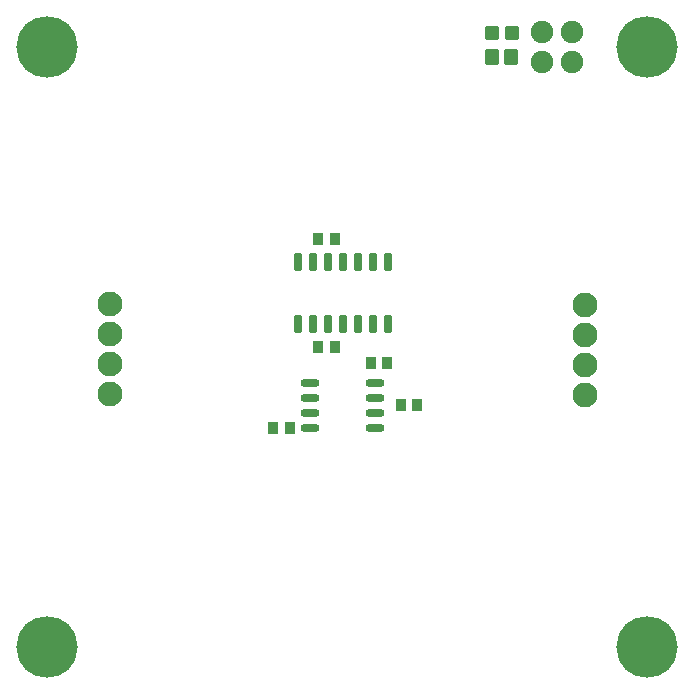
<source format=gts>
G04 Layer: TopSolderMaskLayer*
G04 Panelize: , Column: 2, Row: 2, Board Size: 58.42mm x 58.42mm, Panelized Board Size: 118.84mm x 118.84mm*
G04 EasyEDA v6.5.34, 2023-08-21 18:11:39*
G04 f07168d6b74b40acbba529e65b5b2b20,5a6b42c53f6a479593ecc07194224c93,10*
G04 Gerber Generator version 0.2*
G04 Scale: 100 percent, Rotated: No, Reflected: No *
G04 Dimensions in millimeters *
G04 leading zeros omitted , absolute positions ,4 integer and 5 decimal *
%FSLAX45Y45*%
%MOMM*%

%AMMACRO1*1,1,$1,$2,$3*1,1,$1,$4,$5*1,1,$1,0-$2,0-$3*1,1,$1,0-$4,0-$5*20,1,$1,$2,$3,$4,$5,0*20,1,$1,$4,$5,0-$2,0-$3,0*20,1,$1,0-$2,0-$3,0-$4,0-$5,0*20,1,$1,0-$4,0-$5,$2,$3,0*4,1,4,$2,$3,$4,$5,0-$2,0-$3,0-$4,0-$5,$2,$3,0*%
%ADD10O,1.6216122X0.7015988*%
%ADD11MACRO1,0.1016X-0.28X0.715X0.28X0.715*%
%ADD12MACRO1,0.1016X0.4X-0.45X-0.4X-0.45*%
%ADD13MACRO1,0.2032X0.5X-0.55X-0.5X-0.55*%
%ADD14MACRO1,0.2032X-0.45X-0.5X-0.45X0.5*%
%ADD15MACRO1,0.1016X-0.4X0.45X0.4X0.45*%
%ADD16C,5.2032*%
%ADD17C,1.9016*%
%ADD18C,2.1016*%

%LPD*%
D10*
G01*
X3156889Y2235200D03*
G01*
X3156889Y2362200D03*
G01*
X3156889Y2489200D03*
G01*
X3156889Y2616200D03*
G01*
X2608910Y2235200D03*
G01*
X2608910Y2362200D03*
G01*
X2608910Y2489200D03*
G01*
X2608910Y2616200D03*
D11*
G01*
X2501900Y3116706D03*
G01*
X2628900Y3116706D03*
G01*
X2755900Y3116706D03*
G01*
X2882900Y3116706D03*
G01*
X3009900Y3116706D03*
G01*
X3136900Y3116706D03*
G01*
X3263900Y3116706D03*
G01*
X3263900Y3639693D03*
G01*
X3136900Y3639693D03*
G01*
X3009900Y3639693D03*
G01*
X2882900Y3639693D03*
G01*
X2755900Y3639693D03*
G01*
X2628900Y3639693D03*
G01*
X2501900Y3639693D03*
D12*
G01*
X2673200Y3835400D03*
G01*
X2813202Y3835400D03*
D13*
G01*
X4149092Y5372100D03*
G01*
X4309097Y5372100D03*
D14*
G01*
X4144091Y5575292D03*
G01*
X4314090Y5575292D03*
D12*
G01*
X2673200Y2921000D03*
G01*
X2813202Y2921000D03*
G01*
X3117700Y2781300D03*
G01*
X3257702Y2781300D03*
D15*
G01*
X3511699Y2425700D03*
G01*
X3371697Y2425700D03*
D12*
G01*
X2292200Y2235200D03*
G01*
X2432202Y2235200D03*
D16*
G01*
X381000Y5461000D03*
G01*
X5461000Y5461000D03*
G01*
X5461000Y381000D03*
G01*
X381000Y381000D03*
D17*
G01*
X4826000Y5588000D03*
G01*
X4826000Y5334000D03*
G01*
X4572000Y5334000D03*
G01*
X4572000Y5588000D03*
D18*
G01*
X4931206Y2512187D03*
G01*
X4931206Y2766187D03*
G01*
X4931206Y3020187D03*
G01*
X4931206Y3274187D03*
G01*
X910818Y2521610D03*
G01*
X910818Y2775610D03*
G01*
X910818Y3029610D03*
G01*
X910818Y3283610D03*
M02*

</source>
